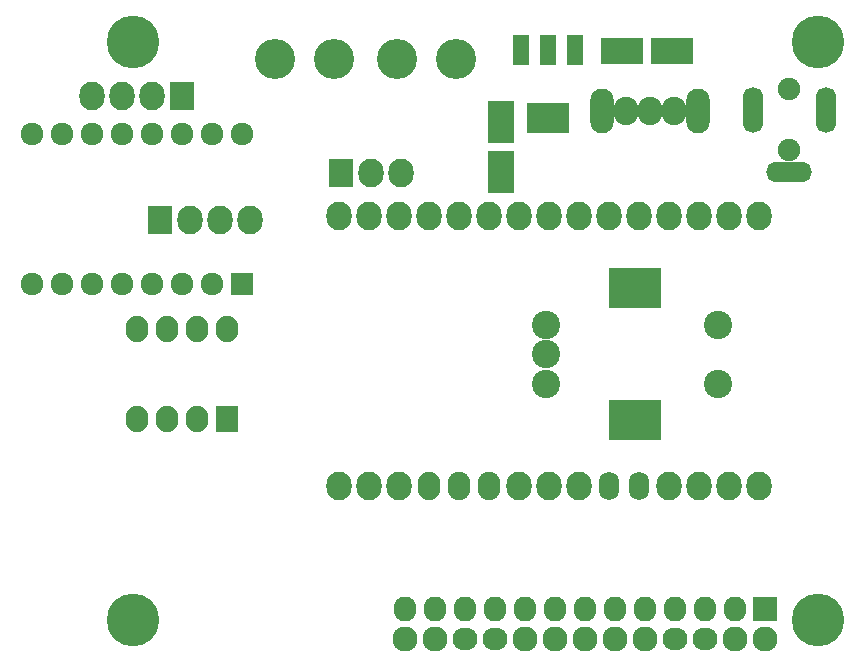
<source format=gbs>
G04 #@! TF.FileFunction,Soldermask,Bot*
%FSLAX46Y46*%
G04 Gerber Fmt 4.6, Leading zero omitted, Abs format (unit mm)*
G04 Created by KiCad (PCBNEW 4.0.2-stable) date 17/08/2016 11:41:13*
%MOMM*%
G01*
G04 APERTURE LIST*
%ADD10C,0.100000*%
%ADD11C,3.400000*%
%ADD12R,2.127200X2.432000*%
%ADD13O,2.127200X2.432000*%
%ADD14O,1.900000X2.432000*%
%ADD15O,1.700000X2.432000*%
%ADD16O,1.900000X2.400000*%
%ADD17R,3.549600X2.200860*%
%ADD18R,1.924000X1.924000*%
%ADD19C,1.924000*%
%ADD20R,4.400000X3.400000*%
%ADD21C,2.400000*%
%ADD22R,1.924000X2.224000*%
%ADD23O,1.924000X2.224000*%
%ADD24R,2.200860X3.549600*%
%ADD25O,2.000000X3.800000*%
%ADD26O,2.100000X2.400000*%
%ADD27R,1.350000X2.550000*%
%ADD28R,3.650000X2.550000*%
%ADD29R,2.127200X2.127200*%
%ADD30O,2.127200X2.127200*%
%ADD31O,1.900000X2.127200*%
%ADD32O,2.127200X1.900000*%
%ADD33C,4.464000*%
%ADD34C,1.900000*%
%ADD35O,1.700000X3.900000*%
%ADD36O,3.900000X1.700000*%
G04 APERTURE END LIST*
D10*
D11*
X-43728000Y-5080000D03*
X-48728000Y-5080000D03*
D12*
X-58537000Y-18745000D03*
D13*
X-55997000Y-18745000D03*
X-53457000Y-18745000D03*
X-50917000Y-18745000D03*
X-43307000Y-18415000D03*
X-40767000Y-18415000D03*
X-38227000Y-18415000D03*
X-35687000Y-18415000D03*
X-33147000Y-18415000D03*
X-30607000Y-18415000D03*
X-28067000Y-18415000D03*
X-25527000Y-18415000D03*
X-22987000Y-18415000D03*
X-20447000Y-18415000D03*
X-17907000Y-18415000D03*
X-15367000Y-18415000D03*
X-12827000Y-18415000D03*
X-10287000Y-18415000D03*
X-7747000Y-18415000D03*
X-43307000Y-41275000D03*
X-12827000Y-41275000D03*
X-10287000Y-41275000D03*
X-15367000Y-41275000D03*
D14*
X-30607000Y-41275000D03*
X-33147000Y-41275000D03*
D13*
X-28067000Y-41275000D03*
X-7747000Y-41275000D03*
X-22987000Y-41275000D03*
X-25527000Y-41275000D03*
D15*
X-20447000Y-41275000D03*
X-17907000Y-41275000D03*
D13*
X-38227000Y-41275000D03*
D16*
X-35687000Y-41275000D03*
D13*
X-40767000Y-41275000D03*
D17*
X-15146020Y-4445000D03*
X-19397980Y-4445000D03*
D18*
X-51562000Y-24130000D03*
D19*
X-54102000Y-24130000D03*
X-56642000Y-24130000D03*
X-59182000Y-24130000D03*
X-61722000Y-24130000D03*
X-64262000Y-24130000D03*
X-66802000Y-24130000D03*
X-69342000Y-24130000D03*
X-69342000Y-11430000D03*
X-66802000Y-11430000D03*
X-64262000Y-11430000D03*
X-61722000Y-11430000D03*
X-59182000Y-11430000D03*
X-56642000Y-11430000D03*
X-54102000Y-11430000D03*
X-51562000Y-11430000D03*
D12*
X-56642000Y-8255000D03*
D13*
X-59182000Y-8255000D03*
X-61722000Y-8255000D03*
X-64262000Y-8255000D03*
D20*
X-18288000Y-35699000D03*
D21*
X-11288000Y-32599000D03*
X-11288000Y-27599000D03*
X-25788000Y-32599000D03*
X-25788000Y-30099000D03*
X-25788000Y-27599000D03*
D20*
X-18288000Y-24499000D03*
D22*
X-52832000Y-35560000D03*
D23*
X-52832000Y-27940000D03*
X-55372000Y-35560000D03*
X-55372000Y-27940000D03*
X-57912000Y-35560000D03*
X-57912000Y-27940000D03*
X-60452000Y-35560000D03*
X-60452000Y-27940000D03*
D24*
X-29591000Y-14698980D03*
X-29591000Y-10447020D03*
D25*
X-21118000Y-9525000D03*
D26*
X-17018000Y-9525000D03*
X-15018000Y-9525000D03*
X-19018000Y-9525000D03*
D25*
X-12918000Y-9525000D03*
D27*
X-23354000Y-4318000D03*
X-27954000Y-4318000D03*
X-25654000Y-4318000D03*
D28*
X-25654000Y-10118000D03*
D29*
X-7287000Y-51625000D03*
D30*
X-7287000Y-54165000D03*
D31*
X-9827000Y-51625000D03*
D30*
X-9827000Y-54165000D03*
D31*
X-12367000Y-51625000D03*
D32*
X-12367000Y-54165000D03*
D31*
X-14907000Y-51625000D03*
D32*
X-14907000Y-54165000D03*
D31*
X-17447000Y-51625000D03*
D30*
X-17447000Y-54165000D03*
D31*
X-19987000Y-51625000D03*
D30*
X-19987000Y-54165000D03*
D31*
X-22527000Y-51625000D03*
D30*
X-22527000Y-54165000D03*
D31*
X-25067000Y-51625000D03*
D30*
X-25067000Y-54165000D03*
D31*
X-27607000Y-51625000D03*
D30*
X-27607000Y-54165000D03*
D31*
X-30147000Y-51625000D03*
D32*
X-30147000Y-54165000D03*
D31*
X-32687000Y-51625000D03*
D32*
X-32687000Y-54165000D03*
D31*
X-35227000Y-51625000D03*
D30*
X-35227000Y-54165000D03*
D31*
X-37767000Y-51625000D03*
D30*
X-37767000Y-54165000D03*
D12*
X-43180000Y-14732000D03*
D13*
X-40640000Y-14732000D03*
X-38100000Y-14732000D03*
D33*
X-2787000Y-3625000D03*
X-2787000Y-52625000D03*
X-60787000Y-52625000D03*
X-60787000Y-3625000D03*
D34*
X-5207000Y-7627000D03*
D35*
X-2107000Y-9427000D03*
X-8307000Y-9427000D03*
D36*
X-5207000Y-14627000D03*
D34*
X-5207000Y-12827000D03*
D11*
X-33441000Y-5080000D03*
X-38441000Y-5080000D03*
M02*

</source>
